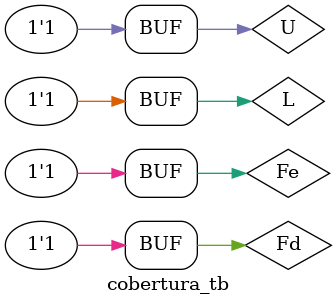
<source format=v>
`timescale 1ps/1ps

module cobertura  (L, U, Fd, Fe, A, F);
    input L, U, Fd, Fe;
    output A, F;

    assign A = ~L&~U&~Fd;
    assign F = (U&~Fe) | (L&~Fe);

endmodule

module cobertura_tb;
    reg L, U, Fd, Fe;
    wire A, F;

    cobertura integ(L, U, Fd, Fe, A, F);

    initial begin
        
        $dumpfile("cobertura_tb.vcd");
        $dumpvars(0, cobertura_tb);

        L = 0; U = 0; Fe = 0; Fd = 0; #20;
        L = 0; U = 0; Fe = 0; Fd = 1; #20;
        L = 0; U = 0; Fe = 1; Fd = 0; #20;
        L = 0; U = 0; Fe = 1; Fd = 1; #20;
        L = 0; U = 1; Fe = 0; Fd = 0; #20;
        L = 0; U = 1; Fe = 0; Fd = 1; #20;
        L = 0; U = 1; Fe = 1; Fd = 0; #20;
        L = 0; U = 1; Fe = 1; Fd = 1; #20;
        L = 1; U = 0; Fe = 0; Fd = 0; #20;
        L = 1; U = 0; Fe = 0; Fd = 1; #20;
        L = 1; U = 0; Fe = 1; Fd = 0; #20;
        L = 1; U = 0; Fe = 1; Fd = 1; #20;
        L = 1; U = 1; Fe = 0; Fd = 0; #20;
        L = 1; U = 1; Fe = 0; Fd = 1; #20;
        L = 1; U = 1; Fe = 1; Fd = 0; #20;
        L = 1; U = 1; Fe = 1; Fd = 1; #20;

        $display("Teste completo");

    end

    initial begin
        $monitor ("No tempo %3t, L = %d, U = %d, Fe = %d, Fd = %d, A = %d, F = %d", $time, L, U, Fe, Fd, A, F);
    end

endmodule
</source>
